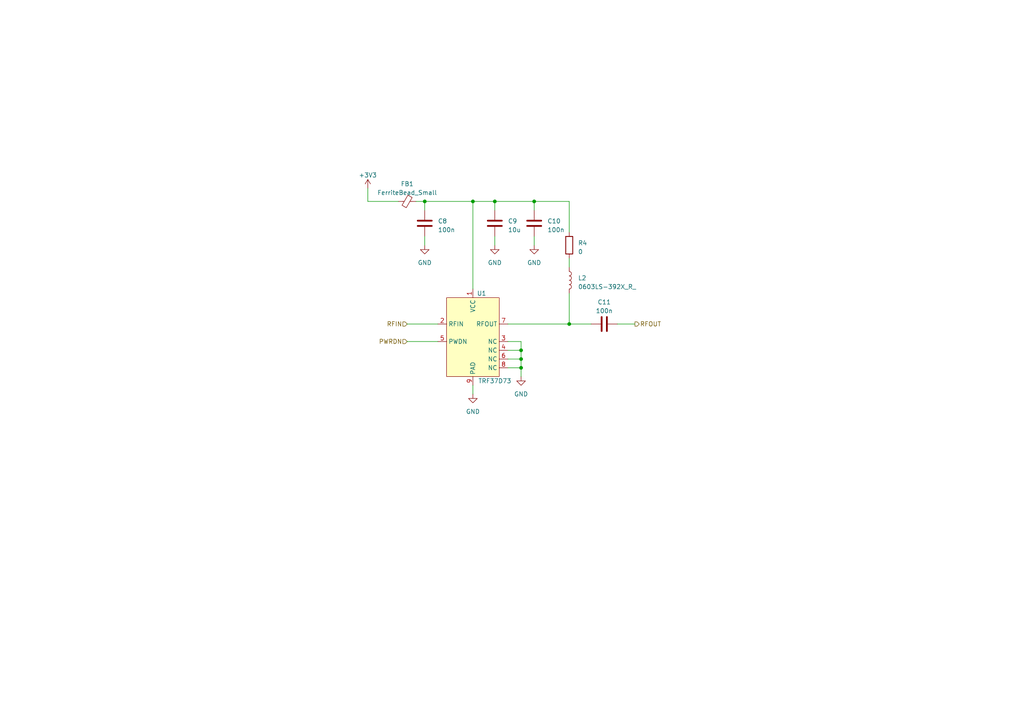
<source format=kicad_sch>
(kicad_sch (version 20210406) (generator eeschema)
  (paper "A4")
  (lib_symbols
    (symbol "Device:C" (pin_numbers hide) (pin_names (offset 0.254))
      (property "Reference" "C" (at 0.635 2.54 0))
      (property "Value" "C" (at 0.635 -2.54 0))
      (symbol "C_0_1"
        (polyline (pts (xy -2.032 -0.762) (xy 2.032 -0.762)) (stroke (width 0.508)))
        (polyline (pts (xy -2.032 0.762) (xy 2.032 0.762)) (stroke (width 0.508)))
      )
      (symbol "C_1_1"
        (pin passive line (at 0 3.81 270) (length 2.794) (name "~") (number "1"))
        (pin passive line (at 0 -3.81 90) (length 2.794) (name "~") (number "2"))
      )
    )
    (symbol "Device:FerriteBead_Small" (pin_numbers hide) (pin_names (offset 0))
      (property "Reference" "FB" (at 1.905 1.27 0))
      (property "Value" "FerriteBead_Small" (at 1.905 -1.27 0))
      (symbol "FerriteBead_Small_0_1"
        (polyline (pts (xy 0 -1.27) (xy 0 -0.7874)))
        (polyline (pts (xy 0 0.889) (xy 0 1.2954)))
        (polyline (pts (xy -1.8288 0.2794) (xy -1.1176 1.4986) (xy 1.8288 -0.2032) (xy 1.1176 -1.4224) (xy -1.8288 0.2794)))
      )
      (symbol "FerriteBead_Small_1_1"
        (pin passive line (at 0 2.54 270) (length 1.27) (name "~") (number "1"))
        (pin passive line (at 0 -2.54 90) (length 1.27) (name "~") (number "2"))
      )
    )
    (symbol "Device:L" (pin_numbers hide) (pin_names (offset 1.016) hide)
      (property "Reference" "L" (at -1.27 0 90))
      (property "Value" "L" (at 1.905 0 90))
      (symbol "L_0_1"
        (arc (start 0 -2.54) (end 0 -1.27) (radius (at 0 -1.905) (length 0.635) (angles -89.9 89.9)))
        (arc (start 0 -1.27) (end 0 0) (radius (at 0 -0.635) (length 0.635) (angles -89.9 89.9)))
        (arc (start 0 0) (end 0 1.27) (radius (at 0 0.635) (length 0.635) (angles -89.9 89.9)))
        (arc (start 0 1.27) (end 0 2.54) (radius (at 0 1.905) (length 0.635) (angles -89.9 89.9)))
      )
      (symbol "L_1_1"
        (pin passive line (at 0 3.81 270) (length 1.27) (name "1") (number "1"))
        (pin passive line (at 0 -3.81 90) (length 1.27) (name "2") (number "2"))
      )
    )
    (symbol "Device:R" (pin_numbers hide) (pin_names (offset 0))
      (property "Reference" "R" (at 2.032 0 90))
      (property "Value" "R" (at 0 0 90))
      (symbol "R_0_1"
        (rectangle (start -1.016 -2.54) (end 1.016 2.54) (stroke (width 0.254)))
      )
      (symbol "R_1_1"
        (pin passive line (at 0 3.81 270) (length 1.27) (name "~") (number "1"))
        (pin passive line (at 0 -3.81 90) (length 1.27) (name "~") (number "2"))
      )
    )
    (symbol "RF_WUT:TRF37D73"
      (property "Reference" "U" (at 3.81 8.89 0))
      (property "Value" "TRF37D73" (at 6.35 -16.51 0))
      (symbol "TRF37D73_0_1"
        (rectangle (start 7.62 7.62) (end -7.62 -15.24) (stroke (width 0.1524)) (fill (type background)))
      )
      (symbol "TRF37D73_1_1"
        (pin power_in line (at 0 10.16 270) (length 2.54) (name "VCC") (number "1"))
        (pin input line (at -10.16 0 0) (length 2.54) (name "RFIN") (number "2"))
        (pin passive line (at 10.16 -5.08 180) (length 2.54) (name "NC") (number "3"))
        (pin passive line (at 10.16 -7.62 180) (length 2.54) (name "NC") (number "4"))
        (pin passive line (at -10.16 -5.08 0) (length 2.54) (name "PWDN") (number "5"))
        (pin passive line (at 10.16 -10.16 180) (length 2.54) (name "NC") (number "6"))
        (pin output line (at 10.16 0 180) (length 2.54) (name "RFOUT") (number "7"))
        (pin passive line (at 10.16 -12.7 180) (length 2.54) (name "NC") (number "8"))
        (pin passive line (at 0 -17.78 90) (length 2.54) (name "PAD") (number "9"))
      )
    )
    (symbol "power:+3.3V" (power) (pin_names (offset 0))
      (property "Value" "+3.3V" (at 0 3.556 0))
      (symbol "+3.3V_0_1"
        (polyline (pts (xy -0.762 1.27) (xy 0 2.54)))
        (polyline (pts (xy 0 0) (xy 0 2.54)))
        (polyline (pts (xy 0 2.54) (xy 0.762 1.27)))
      )
      (symbol "+3.3V_1_1"
        (pin power_in line (at 0 0 90) (length 0) hide (name "+3V3") (number "1"))
      )
    )
    (symbol "power:GND" (power) (pin_names (offset 0))
      (property "Value" "GND" (at 0 -3.81 0))
      (symbol "GND_0_1"
        (polyline (pts (xy 0 0) (xy 0 -1.27) (xy 1.27 -1.27) (xy 0 -2.54) (xy -1.27 -1.27) (xy 0 -1.27)))
      )
      (symbol "GND_1_1"
        (pin power_in line (at 0 0 270) (length 0) hide (name "GND") (number "1"))
      )
    )
  )
  (junction (at 123.19 58.42) (diameter 0.9144))
  (junction (at 137.16 58.42) (diameter 0.9144))
  (junction (at 143.51 58.42) (diameter 0.9144))
  (junction (at 151.13 101.6) (diameter 0.9144))
  (junction (at 151.13 104.14) (diameter 0.9144))
  (junction (at 151.13 106.68) (diameter 0.9144))
  (junction (at 154.94 58.42) (diameter 0.9144))
  (junction (at 165.1 93.98) (diameter 0.9144))
  (wire (pts (xy 106.68 58.42) (xy 106.68 54.61)))
  (wire (pts (xy 115.57 58.42) (xy 106.68 58.42)))
  (wire (pts (xy 118.11 93.98) (xy 127 93.98)))
  (wire (pts (xy 118.11 99.06) (xy 127 99.06)))
  (wire (pts (xy 120.65 58.42) (xy 123.19 58.42)))
  (wire (pts (xy 123.19 58.42) (xy 123.19 60.96)))
  (wire (pts (xy 123.19 58.42) (xy 137.16 58.42)))
  (wire (pts (xy 123.19 68.58) (xy 123.19 71.12)))
  (wire (pts (xy 137.16 58.42) (xy 137.16 83.82)))
  (wire (pts (xy 137.16 111.76) (xy 137.16 114.3)))
  (wire (pts (xy 143.51 58.42) (xy 137.16 58.42)))
  (wire (pts (xy 143.51 58.42) (xy 143.51 60.96)))
  (wire (pts (xy 143.51 58.42) (xy 154.94 58.42)))
  (wire (pts (xy 143.51 68.58) (xy 143.51 71.12)))
  (wire (pts (xy 147.32 93.98) (xy 165.1 93.98)))
  (wire (pts (xy 147.32 99.06) (xy 151.13 99.06)))
  (wire (pts (xy 147.32 101.6) (xy 151.13 101.6)))
  (wire (pts (xy 147.32 104.14) (xy 151.13 104.14)))
  (wire (pts (xy 147.32 106.68) (xy 151.13 106.68)))
  (wire (pts (xy 151.13 99.06) (xy 151.13 101.6)))
  (wire (pts (xy 151.13 101.6) (xy 151.13 104.14)))
  (wire (pts (xy 151.13 104.14) (xy 151.13 106.68)))
  (wire (pts (xy 151.13 106.68) (xy 151.13 109.22)))
  (wire (pts (xy 154.94 58.42) (xy 154.94 60.96)))
  (wire (pts (xy 154.94 68.58) (xy 154.94 71.12)))
  (wire (pts (xy 165.1 58.42) (xy 154.94 58.42)))
  (wire (pts (xy 165.1 67.31) (xy 165.1 58.42)))
  (wire (pts (xy 165.1 77.47) (xy 165.1 74.93)))
  (wire (pts (xy 165.1 85.09) (xy 165.1 93.98)))
  (wire (pts (xy 165.1 93.98) (xy 171.45 93.98)))
  (wire (pts (xy 179.07 93.98) (xy 184.15 93.98)))
  (hierarchical_label "RFIN" (shape input) (at 118.11 93.98 180))
  (hierarchical_label "PWRDN" (shape input) (at 118.11 99.06 180))
  (hierarchical_label "RFOUT" (shape output) (at 184.15 93.98 0))
  (symbol (lib_id "power:+3.3V") (at 106.68 54.61 0)
    (property "Reference" "#PWR07" (effects hide))
    (property "Value" "+3.3V" (at 106.68 50.8 0))
  )
  (symbol (lib_id "power:GND") (at 123.19 71.12 0)
    (property "Reference" "#PWR08" (effects hide))
    (property "Value" "GND" (at 123.19 76.2 0))
  )
  (symbol (lib_id "power:GND") (at 137.16 114.3 0)
    (property "Reference" "#PWR09" (effects hide))
    (property "Value" "GND" (at 137.16 119.38 0))
  )
  (symbol (lib_id "power:GND") (at 143.51 71.12 0)
    (property "Reference" "#PWR010" (effects hide))
    (property "Value" "GND" (at 143.51 76.2 0))
  )
  (symbol (lib_id "power:GND") (at 151.13 109.22 0)
    (property "Reference" "#PWR011" (effects hide))
    (property "Value" "GND" (at 151.13 114.3 0))
  )
  (symbol (lib_id "power:GND") (at 154.94 71.12 0)
    (property "Reference" "#PWR012" (effects hide))
    (property "Value" "GND" (at 154.94 76.2 0))
  )
  (symbol (lib_id "Device:L") (at 165.1 81.28 0)
    (property "Reference" "L2" (at 167.64 80.6449 0) (effects (justify left)))
    (property "Value" "0603LS-392X_R_ " (at 167.64 83.1849 0) (effects (justify left)))
    (property "Footprint" "Inductor_SMD:L_0603_1608Metric" (effects hide))
  )
  (symbol (lib_id "Device:R") (at 165.1 71.12 0)
    (property "Reference" "R4" (at 167.64 70.4849 0) (effects (justify left)))
    (property "Value" "0" (at 167.64 73.0249 0) (effects (justify left)))
    (property "Footprint" "Resistor_SMD:R_0402_1005Metric" (effects hide))
  )
  (symbol (lib_id "Device:FerriteBead_Small") (at 118.11 58.42 90)
    (property "Reference" "FB1" (at 118.11 53.34 90))
    (property "Value" "FerriteBead_Small" (at 118.11 55.88 90))
    (property "Footprint" "Inductor_SMD:L_0402_1005Metric" (effects hide))
  )
  (symbol (lib_id "Device:C") (at 123.19 64.77 0)
    (property "Reference" "C8" (at 127 64.1349 0) (effects (justify left)))
    (property "Value" "100n" (at 127 66.6749 0) (effects (justify left)))
    (property "Footprint" "Capacitor_SMD:C_0402_1005Metric" (effects hide))
  )
  (symbol (lib_id "Device:C") (at 143.51 64.77 0)
    (property "Reference" "C9" (at 147.32 64.1349 0) (effects (justify left)))
    (property "Value" "10u" (at 147.32 66.6749 0) (effects (justify left)))
    (property "Footprint" "Capacitor_SMD:C_0402_1005Metric" (effects hide))
  )
  (symbol (lib_id "Device:C") (at 154.94 64.77 0)
    (property "Reference" "C10" (at 158.75 64.1349 0) (effects (justify left)))
    (property "Value" "100n" (at 158.75 66.6749 0) (effects (justify left)))
    (property "Footprint" "Capacitor_SMD:C_0402_1005Metric" (effects hide))
  )
  (symbol (lib_id "Device:C") (at 175.26 93.98 90)
    (property "Reference" "C11" (at 175.26 87.63 90))
    (property "Value" "100n" (at 175.26 90.17 90))
    (property "Footprint" "Capacitor_SMD:C_0402_1005Metric" (effects hide))
  )
  (symbol (lib_id "RF_WUT:TRF37D73") (at 137.16 93.98 0)
    (property "Reference" "U1" (at 139.7 85.09 0))
    (property "Value" "TRF37D73" (at 143.51 110.49 0))
    (property "Footprint" "Package_SON:WSON-8-1EP_2x2mm_P0.5mm_EP0.9x1.6mm" (effects hide))
    (property "Datasheet" "https://www.ti.com/lit/ds/symlink/trf37d73.pdf?HQS=dis-mous-null-mousermode-dsf-pf-null-wwe&ts=1622812497705&ref_url=https%253A%252F%252Fwww.mouser.de%252F" (effects hide))
  )
)
</source>
